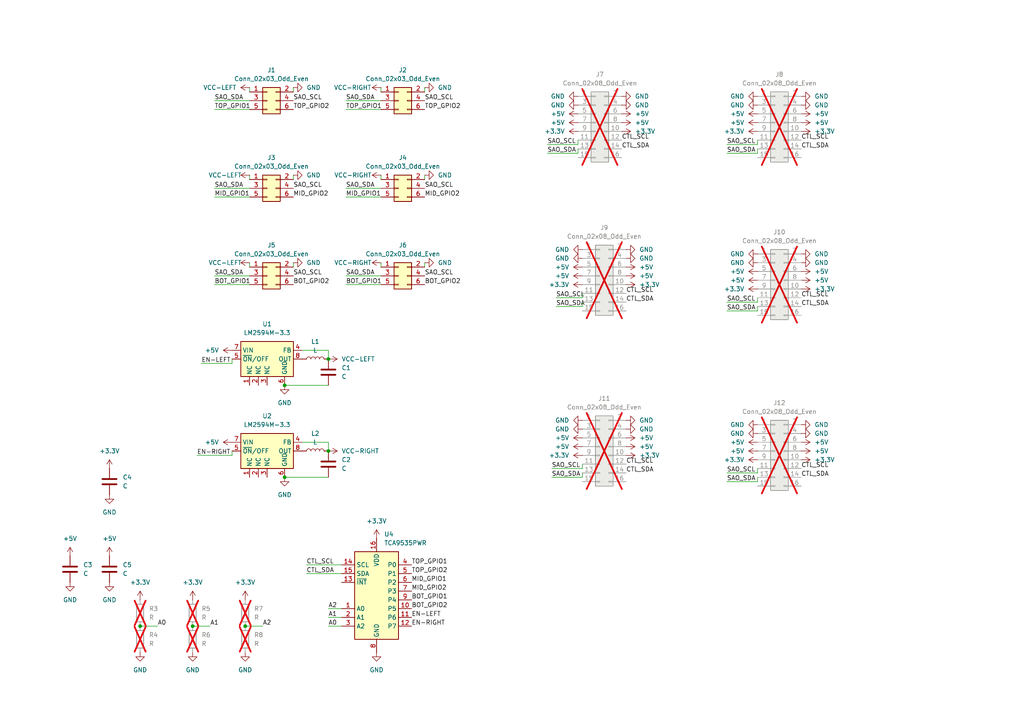
<source format=kicad_sch>
(kicad_sch (version 20231120) (generator "eeschema") (generator_version "8.0")
  (paper "A4")
  (lib_symbols
    (symbol "Connector_Generic:Conn_02x03_Odd_Even" (pin_names (offset 1.016) hide)
      (property "Reference" "J" (at 1.27 5.08 0))
      (property "Value" "Conn_02x03_Odd_Even" (at 1.27 -5.08 0))
      (symbol "Conn_02x03_Odd_Even_1_1"
        (rectangle (start -1.27 -2.413) (end 0 -2.667) (stroke (width 0.1524)))
        (rectangle (start -1.27 0.127) (end 0 -0.127) (stroke (width 0.1524)))
        (rectangle (start -1.27 2.667) (end 0 2.413) (stroke (width 0.1524)))
        (rectangle (start -1.27 3.81) (end 3.81 -3.81) (stroke (width 0.254)) (fill (type background)))
        (rectangle (start 3.81 -2.413) (end 2.54 -2.667) (stroke (width 0.1524)))
        (rectangle (start 3.81 0.127) (end 2.54 -0.127) (stroke (width 0.1524)))
        (rectangle (start 3.81 2.667) (end 2.54 2.413) (stroke (width 0.1524)))
        (pin passive line (at -5.08 2.54 0) (length 3.81) (name "Pin_1") (number "1"))
        (pin passive line (at 7.62 2.54 180) (length 3.81) (name "Pin_2") (number "2"))
        (pin passive line (at -5.08 0 0) (length 3.81) (name "Pin_3") (number "3"))
        (pin passive line (at 7.62 0 180) (length 3.81) (name "Pin_4") (number "4"))
        (pin passive line (at -5.08 -2.54 0) (length 3.81) (name "Pin_5") (number "5"))
        (pin passive line (at 7.62 -2.54 180) (length 3.81) (name "Pin_6") (number "6"))
      )
    )
    (symbol "Connector_Generic:Conn_02x08_Odd_Even" (pin_names (offset 1.016) hide)
      (property "Reference" "J" (at 1.27 10.16 0))
      (property "Value" "Conn_02x08_Odd_Even" (at 1.27 -12.7 0))
      (symbol "Conn_02x08_Odd_Even_1_1"
        (rectangle (start -1.27 -10.033) (end 0 -10.287) (stroke (width 0.1524)))
        (rectangle (start -1.27 -7.493) (end 0 -7.747) (stroke (width 0.1524)))
        (rectangle (start -1.27 -4.953) (end 0 -5.207) (stroke (width 0.1524)))
        (rectangle (start -1.27 -2.413) (end 0 -2.667) (stroke (width 0.1524)))
        (rectangle (start -1.27 0.127) (end 0 -0.127) (stroke (width 0.1524)))
        (rectangle (start -1.27 2.667) (end 0 2.413) (stroke (width 0.1524)))
        (rectangle (start -1.27 5.207) (end 0 4.953) (stroke (width 0.1524)))
        (rectangle (start -1.27 7.747) (end 0 7.493) (stroke (width 0.1524)))
        (rectangle (start -1.27 8.89) (end 3.81 -11.43) (stroke (width 0.254)) (fill (type background)))
        (rectangle (start 3.81 -10.033) (end 2.54 -10.287) (stroke (width 0.1524)))
        (rectangle (start 3.81 -7.493) (end 2.54 -7.747) (stroke (width 0.1524)))
        (rectangle (start 3.81 -4.953) (end 2.54 -5.207) (stroke (width 0.1524)))
        (rectangle (start 3.81 -2.413) (end 2.54 -2.667) (stroke (width 0.1524)))
        (rectangle (start 3.81 0.127) (end 2.54 -0.127) (stroke (width 0.1524)))
        (rectangle (start 3.81 2.667) (end 2.54 2.413) (stroke (width 0.1524)))
        (rectangle (start 3.81 5.207) (end 2.54 4.953) (stroke (width 0.1524)))
        (rectangle (start 3.81 7.747) (end 2.54 7.493) (stroke (width 0.1524)))
        (pin passive line (at -5.08 7.62 0) (length 3.81) (name "Pin_1") (number "1"))
        (pin passive line (at 7.62 -2.54 180) (length 3.81) (name "Pin_10") (number "10"))
        (pin passive line (at -5.08 -5.08 0) (length 3.81) (name "Pin_11") (number "11"))
        (pin passive line (at 7.62 -5.08 180) (length 3.81) (name "Pin_12") (number "12"))
        (pin passive line (at -5.08 -7.62 0) (length 3.81) (name "Pin_13") (number "13"))
        (pin passive line (at 7.62 -7.62 180) (length 3.81) (name "Pin_14") (number "14"))
        (pin passive line (at -5.08 -10.16 0) (length 3.81) (name "Pin_15") (number "15"))
        (pin passive line (at 7.62 -10.16 180) (length 3.81) (name "Pin_16") (number "16"))
        (pin passive line (at 7.62 7.62 180) (length 3.81) (name "Pin_2") (number "2"))
        (pin passive line (at -5.08 5.08 0) (length 3.81) (name "Pin_3") (number "3"))
        (pin passive line (at 7.62 5.08 180) (length 3.81) (name "Pin_4") (number "4"))
        (pin passive line (at -5.08 2.54 0) (length 3.81) (name "Pin_5") (number "5"))
        (pin passive line (at 7.62 2.54 180) (length 3.81) (name "Pin_6") (number "6"))
        (pin passive line (at -5.08 0 0) (length 3.81) (name "Pin_7") (number "7"))
        (pin passive line (at 7.62 0 180) (length 3.81) (name "Pin_8") (number "8"))
        (pin passive line (at -5.08 -2.54 0) (length 3.81) (name "Pin_9") (number "9"))
      )
    )
    (symbol "Device:C" (pin_numbers hide) (pin_names (offset 0.254))
      (property "Reference" "C" (at 0.635 2.54 0))
      (property "Value" "C" (at 0.635 -2.54 0))
      (symbol "C_0_1"
        (polyline (pts (xy -2.032 -0.762) (xy 2.032 -0.762)) (stroke (width 0.508)))
        (polyline (pts (xy -2.032 0.762) (xy 2.032 0.762)) (stroke (width 0.508)))
      )
      (symbol "C_1_1"
        (pin passive line (at 0 3.81 270) (length 2.794) (name "~") (number "1"))
        (pin passive line (at 0 -3.81 90) (length 2.794) (name "~") (number "2"))
      )
    )
    (symbol "Device:L" (pin_numbers hide) (pin_names (offset 1.016) hide)
      (property "Reference" "L" (at -1.27 0 90))
      (property "Value" "L" (at 1.905 0 90))
      (symbol "L_0_1"
        (arc (start 0 -2.54) (mid 0.6323 -1.905) (end 0 -1.27))
        (arc (start 0 -1.27) (mid 0.6323 -0.635) (end 0 0))
        (arc (start 0 0) (mid 0.6323 0.635) (end 0 1.27))
        (arc (start 0 1.27) (mid 0.6323 1.905) (end 0 2.54))
      )
      (symbol "L_1_1"
        (pin passive line (at 0 3.81 270) (length 1.27) (name "1") (number "1"))
        (pin passive line (at 0 -3.81 90) (length 1.27) (name "2") (number "2"))
      )
    )
    (symbol "Device:R" (pin_numbers hide) (pin_names (offset 0))
      (property "Reference" "R" (at 2.032 0 90))
      (property "Value" "R" (at 0 0 90))
      (symbol "R_0_1"
        (rectangle (start -1.016 -2.54) (end 1.016 2.54) (stroke (width 0.254)))
      )
      (symbol "R_1_1"
        (pin passive line (at 0 3.81 270) (length 1.27) (name "~") (number "1"))
        (pin passive line (at 0 -3.81 90) (length 1.27) (name "~") (number "2"))
      )
    )
    (symbol "Interface_Expansion:TCA9534"
      (property "Reference" "U" (at -6.35 12.7 0))
      (property "Value" "TCA9534" (at 2.54 12.7 0))
      (symbol "TCA9534_0_1"
        (rectangle (start -6.35 -13.97) (end 6.35 11.43) (stroke (width 0.254)) (fill (type background)))
      )
      (symbol "TCA9534_1_1"
        (pin input line (at -10.16 -5.08 0) (length 3.81) (name "A0") (number "1"))
        (pin bidirectional line (at 10.16 -5.08 180) (length 3.81) (name "P5") (number "10"))
        (pin bidirectional line (at 10.16 -7.62 180) (length 3.81) (name "P6") (number "11"))
        (pin bidirectional line (at 10.16 -10.16 180) (length 3.81) (name "P7") (number "12"))
        (pin open_collector line (at -10.16 2.54 0) (length 3.81) (name "~{INT}") (number "13"))
        (pin input line (at -10.16 7.62 0) (length 3.81) (name "SCL") (number "14"))
        (pin bidirectional line (at -10.16 5.08 0) (length 3.81) (name "SDA") (number "15"))
        (pin power_in line (at 0 15.24 270) (length 3.81) (name "VDD") (number "16"))
        (pin input line (at -10.16 -7.62 0) (length 3.81) (name "A1") (number "2"))
        (pin input line (at -10.16 -10.16 0) (length 3.81) (name "A2") (number "3"))
        (pin bidirectional line (at 10.16 7.62 180) (length 3.81) (name "P0") (number "4"))
        (pin bidirectional line (at 10.16 5.08 180) (length 3.81) (name "P1") (number "5"))
        (pin bidirectional line (at 10.16 2.54 180) (length 3.81) (name "P2") (number "6"))
        (pin bidirectional line (at 10.16 0 180) (length 3.81) (name "P3") (number "7"))
        (pin power_in line (at 0 -17.78 90) (length 3.81) (name "GND") (number "8"))
        (pin bidirectional line (at 10.16 -2.54 180) (length 3.81) (name "P4") (number "9"))
      )
    )
    (symbol "Regulator_Switching:LM2594M-3.3"
      (property "Reference" "U" (at -7.62 6.35 0))
      (property "Value" "LM2594M-3.3" (at 0 6.35 0))
      (symbol "LM2594M-3.3_0_1"
        (rectangle (start -7.62 5.08) (end 7.62 -5.08) (stroke (width 0.254)) (fill (type background)))
      )
      (symbol "LM2594M-3.3_1_1"
        (pin passive line (at -5.08 -7.62 90) (length 2.54) (name "NC") (number "1"))
        (pin passive line (at -2.54 -7.62 90) (length 2.54) (name "NC") (number "2"))
        (pin passive line (at 0 -7.62 90) (length 2.54) (name "NC") (number "3"))
        (pin input line (at 10.16 2.54 180) (length 2.54) (name "FB") (number "4"))
        (pin input line (at -10.16 0 0) (length 2.54) (name "~{ON}/OFF") (number "5"))
        (pin power_in line (at 5.08 -7.62 90) (length 2.54) (name "GND") (number "6"))
        (pin power_in line (at -10.16 2.54 0) (length 2.54) (name "VIN") (number "7"))
        (pin output line (at 10.16 0 180) (length 2.54) (name "OUT") (number "8"))
      )
    )
    (symbol "power:+3.3V" (power) (pin_numbers hide) (pin_names (offset 0) hide)
      (property "Value" "+3.3V" (at 0 3.556 0))
      (symbol "+3.3V_0_1"
        (polyline (pts (xy -0.762 1.27) (xy 0 2.54)))
        (polyline (pts (xy 0 0) (xy 0 2.54)))
        (polyline (pts (xy 0 2.54) (xy 0.762 1.27)))
      )
      (symbol "+3.3V_1_1"
        (pin power_in line (at 0 0 90) (length 0) (name "~") (number "1"))
      )
    )
    (symbol "power:+5V" (power) (pin_numbers hide) (pin_names (offset 0) hide)
      (property "Value" "+5V" (at 0 3.556 0))
      (symbol "+5V_0_1"
        (polyline (pts (xy -0.762 1.27) (xy 0 2.54)))
        (polyline (pts (xy 0 0) (xy 0 2.54)))
        (polyline (pts (xy 0 2.54) (xy 0.762 1.27)))
      )
      (symbol "+5V_1_1"
        (pin power_in line (at 0 0 90) (length 0) (name "~") (number "1"))
      )
    )
    (symbol "power:GND" (power) (pin_numbers hide) (pin_names (offset 0) hide)
      (property "Value" "GND" (at 0 -3.81 0))
      (symbol "GND_0_1"
        (polyline (pts (xy 0 0) (xy 0 -1.27) (xy 1.27 -1.27) (xy 0 -2.54) (xy -1.27 -1.27) (xy 0 -1.27)))
      )
      (symbol "GND_1_1"
        (pin power_in line (at 0 0 270) (length 0) (name "~") (number "1"))
      )
    )
    (symbol "power:VCC" (power) (pin_numbers hide) (pin_names (offset 0) hide)
      (property "Value" "VCC" (at 0 3.556 0))
      (symbol "VCC_0_1"
        (polyline (pts (xy -0.762 1.27) (xy 0 2.54)))
        (polyline (pts (xy 0 0) (xy 0 2.54)))
        (polyline (pts (xy 0 2.54) (xy 0.762 1.27)))
      )
      (symbol "VCC_1_1"
        (pin power_in line (at 0 0 90) (length 0) (name "~") (number "1"))
      )
    )
  )
  (junction (at 40.64 181.61))
  (junction (at 95.25 130.81))
  (junction (at 82.55 138.43))
  (junction (at 71.12 181.61))
  (junction (at 95.25 104.14))
  (junction (at 55.88 181.61))
  (junction (at 82.55 111.76))
  (wire (pts (xy 58.42 105.41) (xy 67.31 105.41)))
  (wire (pts (xy 210.82 137.16) (xy 219.71 137.16)))
  (wire (pts (xy 87.63 128.27) (xy 95.25 128.27)))
  (wire (pts (xy 62.23 57.15) (xy 72.39 57.15)))
  (wire (pts (xy 158.75 41.91) (xy 167.64 41.91)))
  (wire (pts (xy 100.33 54.61) (xy 110.49 54.61)))
  (wire (pts (xy 40.64 181.61) (xy 45.72 181.61)))
  (wire (pts (xy 100.33 29.21) (xy 110.49 29.21)))
  (wire (pts (xy 161.29 88.9) (xy 168.91 88.9)))
  (wire (pts (xy 100.33 57.15) (xy 110.49 57.15)))
  (wire (pts (xy 62.23 29.21) (xy 72.39 29.21)))
  (wire (pts (xy 71.12 181.61) (xy 76.2 181.61)))
  (wire (pts (xy 219.71 41.91) (xy 219.71 40.64)))
  (wire (pts (xy 219.71 44.45) (xy 219.71 43.18)))
  (wire (pts (xy 167.64 44.45) (xy 167.64 43.18)))
  (wire (pts (xy 168.91 135.89) (xy 168.91 134.62)))
  (wire (pts (xy 95.25 101.6) (xy 95.25 104.14)))
  (wire (pts (xy 85.09 25.4) (xy 85.09 26.67)))
  (wire (pts (xy 219.71 90.17) (xy 219.71 88.9)))
  (wire (pts (xy 88.9 166.37) (xy 99.06 166.37)))
  (wire (pts (xy 219.71 137.16) (xy 219.71 135.89)))
  (wire (pts (xy 100.33 31.75) (xy 110.49 31.75)))
  (wire (pts (xy 87.63 101.6) (xy 95.25 101.6)))
  (wire (pts (xy 168.91 138.43) (xy 168.91 137.16)))
  (wire (pts (xy 210.82 44.45) (xy 219.71 44.45)))
  (wire (pts (xy 72.39 76.2) (xy 72.39 77.47)))
  (wire (pts (xy 85.09 76.2) (xy 85.09 77.47)))
  (wire (pts (xy 210.82 139.7) (xy 219.71 139.7)))
  (wire (pts (xy 95.25 181.61) (xy 99.06 181.61)))
  (wire (pts (xy 67.31 132.08) (xy 67.31 130.81)))
  (wire (pts (xy 62.23 31.75) (xy 72.39 31.75)))
  (wire (pts (xy 88.9 163.83) (xy 99.06 163.83)))
  (wire (pts (xy 82.55 138.43) (xy 95.25 138.43)))
  (wire (pts (xy 167.64 41.91) (xy 167.64 40.64)))
  (wire (pts (xy 158.75 44.45) (xy 167.64 44.45)))
  (wire (pts (xy 123.19 50.8) (xy 123.19 52.07)))
  (wire (pts (xy 219.71 139.7) (xy 219.71 138.43)))
  (wire (pts (xy 110.49 25.4) (xy 110.49 26.67)))
  (wire (pts (xy 95.25 176.53) (xy 99.06 176.53)))
  (wire (pts (xy 62.23 54.61) (xy 72.39 54.61)))
  (wire (pts (xy 82.55 111.76) (xy 95.25 111.76)))
  (wire (pts (xy 100.33 82.55) (xy 110.49 82.55)))
  (wire (pts (xy 110.49 50.8) (xy 110.49 52.07)))
  (wire (pts (xy 55.88 181.61) (xy 60.96 181.61)))
  (wire (pts (xy 57.15 132.08) (xy 67.31 132.08)))
  (wire (pts (xy 210.82 90.17) (xy 219.71 90.17)))
  (wire (pts (xy 67.31 105.41) (xy 67.31 104.14)))
  (wire (pts (xy 72.39 50.8) (xy 72.39 52.07)))
  (wire (pts (xy 100.33 80.01) (xy 110.49 80.01)))
  (wire (pts (xy 210.82 41.91) (xy 219.71 41.91)))
  (wire (pts (xy 62.23 82.55) (xy 72.39 82.55)))
  (wire (pts (xy 95.25 128.27) (xy 95.25 130.81)))
  (wire (pts (xy 168.91 88.9) (xy 168.91 87.63)))
  (wire (pts (xy 62.23 80.01) (xy 72.39 80.01)))
  (wire (pts (xy 210.82 87.63) (xy 219.71 87.63)))
  (wire (pts (xy 72.39 25.4) (xy 72.39 26.67)))
  (wire (pts (xy 160.02 135.89) (xy 168.91 135.89)))
  (wire (pts (xy 95.25 179.07) (xy 99.06 179.07)))
  (wire (pts (xy 219.71 87.63) (xy 219.71 86.36)))
  (wire (pts (xy 85.09 50.8) (xy 85.09 52.07)))
  (wire (pts (xy 123.19 25.4) (xy 123.19 26.67)))
  (wire (pts (xy 168.91 86.36) (xy 168.91 85.09)))
  (wire (pts (xy 110.49 76.2) (xy 110.49 77.47)))
  (wire (pts (xy 160.02 138.43) (xy 168.91 138.43)))
  (wire (pts (xy 161.29 86.36) (xy 168.91 86.36)))
  (wire (pts (xy 123.19 76.2) (xy 123.19 77.47)))
  (label "SAO_SCL" (at 123.19 80.01 0))
  (label "CTL_SCL" (at 232.41 40.64 0))
  (label "TOP_GPIO1" (at 119.38 163.83 0))
  (label "SAO_SDA" (at 100.33 54.61 0))
  (label "SAO_SCL" (at 85.09 54.61 0))
  (label "CTL_SCL" (at 180.34 40.64 0))
  (label "SAO_SDA" (at 100.33 29.21 0))
  (label "EN-LEFT" (at 58.42 105.41 0))
  (label "CTL_SCL" (at 181.61 85.09 0))
  (label "TOP_GPIO1" (at 62.23 31.75 0))
  (label "MID_GPIO2" (at 85.09 57.15 0))
  (label "BOT_GPIO1" (at 62.23 82.55 0))
  (label "A2" (at 76.2 181.61 0))
  (label "SAO_SDA" (at 62.23 54.61 0))
  (label "SAO_SDA" (at 210.82 139.7 0))
  (label "SAO_SDA" (at 158.75 44.45 0))
  (label "CTL_SDA" (at 180.34 43.18 0))
  (label "TOP_GPIO2" (at 85.09 31.75 0))
  (label "SAO_SCL" (at 161.29 86.36 0))
  (label "A1" (at 60.96 181.61 0))
  (label "CTL_SDA" (at 232.41 88.9 0))
  (label "TOP_GPIO2" (at 119.38 166.37 0))
  (label "EN-LEFT" (at 119.38 179.07 0))
  (label "BOT_GPIO2" (at 85.09 82.55 0))
  (label "SAO_SCL" (at 210.82 87.63 0))
  (label "CTL_SDA" (at 88.9 166.37 0))
  (label "CTL_SCL" (at 232.41 135.89 0))
  (label "CTL_SDA" (at 181.61 87.63 0))
  (label "SAO_SDA" (at 210.82 90.17 0))
  (label "A0" (at 95.25 181.61 0))
  (label "TOP_GPIO1" (at 100.33 31.75 0))
  (label "A1" (at 95.25 179.07 0))
  (label "BOT_GPIO1" (at 119.38 173.99 0))
  (label "SAO_SCL" (at 210.82 137.16 0))
  (label "MID_GPIO1" (at 62.23 57.15 0))
  (label "A2" (at 95.25 176.53 0))
  (label "BOT_GPIO2" (at 119.38 176.53 0))
  (label "CTL_SDA" (at 232.41 138.43 0))
  (label "CTL_SDA" (at 232.41 43.18 0))
  (label "MID_GPIO2" (at 119.38 171.45 0))
  (label "BOT_GPIO1" (at 100.33 82.55 0))
  (label "SAO_SDA" (at 160.02 138.43 0))
  (label "SAO_SDA" (at 161.29 88.9 0))
  (label "EN-RIGHT" (at 57.15 132.08 0))
  (label "MID_GPIO2" (at 123.19 57.15 0))
  (label "SAO_SCL" (at 123.19 29.21 0))
  (label "SAO_SCL" (at 85.09 29.21 0))
  (label "CTL_SCL" (at 181.61 134.62 0))
  (label "EN-RIGHT" (at 119.38 181.61 0))
  (label "A0" (at 45.72 181.61 0))
  (label "CTL_SCL" (at 88.9 163.83 0))
  (label "SAO_SCL" (at 160.02 135.89 0))
  (label "SAO_SDA" (at 62.23 80.01 0))
  (label "MID_GPIO1" (at 100.33 57.15 0))
  (label "SAO_SCL" (at 85.09 80.01 0))
  (label "CTL_SDA" (at 181.61 137.16 0))
  (label "BOT_GPIO2" (at 123.19 82.55 0))
  (label "SAO_SDA" (at 100.33 80.01 0))
  (label "SAO_SCL" (at 123.19 54.61 0))
  (label "SAO_SCL" (at 210.82 41.91 0))
  (label "SAO_SDA" (at 210.82 44.45 0))
  (label "CTL_SCL" (at 232.41 86.36 0))
  (label "SAO_SCL" (at 158.75 41.91 0))
  (label "SAO_SDA" (at 62.23 29.21 0))
  (label "MID_GPIO1" (at 119.38 168.91 0))
  (label "TOP_GPIO2" (at 123.19 31.75 0))
  (symbol (lib_id "power:GND") (at 168.91 124.46 270) (unit 1)
    (property "Reference" "#PWR031" (effects (hide yes)))
    (property "Value" "GND" (at 165.1 124.4599 90) (effects (justify right)))
    (property "Description" "Power symbol creates a global label with name \"GND\" , ground" (effects (hide yes)))
  )
  (symbol (lib_id "power:GND") (at 232.41 76.2 90) (unit 1)
    (property "Reference" "#PWR06" (effects (hide yes)))
    (property "Value" "GND" (at 236.22 76.1999 90) (effects (justify right)))
    (property "Description" "Power symbol creates a global label with name \"GND\" , ground" (effects (hide yes)))
  )
  (symbol (lib_id "power:+3.3V") (at 181.61 132.08 270) (unit 1)
    (property "Reference" "#PWR088" (effects (hide yes)))
    (property "Value" "+3.3V" (at 185.42 132.0799 90) (effects (justify left)))
    (property "Description" "Power symbol creates a global label with name \"+3.3V\"" (effects (hide yes)))
  )
  (symbol (lib_id "Device:C") (at 95.25 134.62 0) (unit 1)
    (property "Reference" "C2" (at 99.06 133.3499 0) (effects (justify left)))
    (property "Value" "C" (at 99.06 135.8899 0) (effects (justify left)))
    (property "Footprint" "Capacitor_SMD:C_0603_1608Metric" (effects (hide yes)))
    (property "Description" "Unpolarized capacitor" (effects (hide yes)))
  )
  (symbol (lib_id "power:+5V") (at 181.61 80.01 270) (unit 1)
    (property "Reference" "#PWR075" (effects (hide yes)))
    (property "Value" "+5V" (at 185.42 80.0099 90) (effects (justify left)))
    (property "Description" "Power symbol creates a global label with name \"+5V\"" (effects (hide yes)))
  )
  (symbol (lib_id "power:GND") (at 168.91 72.39 270) (unit 1)
    (property "Reference" "#PWR047" (effects (hide yes)))
    (property "Value" "GND" (at 165.1 72.3899 90) (effects (justify right)))
    (property "Description" "Power symbol creates a global label with name \"GND\" , ground" (effects (hide yes)))
  )
  (symbol (lib_id "power:+3.3V") (at 232.41 83.82 270) (unit 1)
    (property "Reference" "#PWR086" (effects (hide yes)))
    (property "Value" "+3.3V" (at 236.22 83.8199 90) (effects (justify left)))
    (property "Description" "Power symbol creates a global label with name \"+3.3V\"" (effects (hide yes)))
  )
  (symbol (lib_id "Connector_Generic:Conn_02x08_Odd_Even") (at 224.79 35.56 0) (unit 1) (dnp yes)
    (property "Reference" "J8" (at 226.06 21.59 0))
    (property "Value" "Conn_02x08_Odd_Even" (at 226.06 24.13 0))
    (property "Footprint" "Connector_PinHeader_2.00mm:PinHeader_2x08_P2.00mm_Vertical" (effects (hide yes)))
    (property "Description" "Generic connector, double row, 02x08, odd/even pin numbering scheme (row 1 odd numbers, row 2 even numbers), script generated (kicad-library-utils/schlib/autogen/connector/)" (effects (hide yes)))
  )
  (symbol (lib_id "power:+5V") (at 20.32 161.29 0) (unit 1)
    (property "Reference" "#PWR091" (effects (hide yes)))
    (property "Value" "+5V" (at 20.32 156.21 0))
    (property "Description" "Power symbol creates a global label with name \"+5V\"" (effects (hide yes)))
  )
  (symbol (lib_id "Device:C") (at 31.75 139.7 0) (unit 1)
    (property "Reference" "C4" (at 35.56 138.4299 0) (effects (justify left)))
    (property "Value" "C" (at 35.56 140.9699 0) (effects (justify left)))
    (property "Footprint" "Capacitor_SMD:C_0603_1608Metric" (effects (hide yes)))
    (property "Description" "Unpolarized capacitor" (effects (hide yes)))
  )
  (symbol (lib_id "power:+5V") (at 67.31 128.27 90) (unit 1)
    (property "Reference" "#PWR034" (effects (hide yes)))
    (property "Value" "+5V" (at 63.5 128.2699 90) (effects (justify left)))
    (property "Description" "Power symbol creates a global label with name \"+5V\"" (effects (hide yes)))
  )
  (symbol (lib_id "power:GND") (at 232.41 73.66 90) (unit 1)
    (property "Reference" "#PWR05" (effects (hide yes)))
    (property "Value" "GND" (at 236.22 73.6599 90) (effects (justify right)))
    (property "Description" "Power symbol creates a global label with name \"GND\" , ground" (effects (hide yes)))
  )
  (symbol (lib_id "power:GND") (at 71.12 189.23 0) (unit 1)
    (property "Reference" "#PWR046" (effects (hide yes)))
    (property "Value" "GND" (at 71.12 194.31 0))
    (property "Description" "Power symbol creates a global label with name \"GND\" , ground" (effects (hide yes)))
  )
  (symbol (lib_id "power:+5V") (at 232.41 128.27 270) (unit 1)
    (property "Reference" "#PWR066" (effects (hide yes)))
    (property "Value" "+5V" (at 236.22 128.2699 90) (effects (justify left)))
    (property "Description" "Power symbol creates a global label with name \"+5V\"" (effects (hide yes)))
  )
  (symbol (lib_id "power:+3.3V") (at 232.41 38.1 270) (unit 1)
    (property "Reference" "#PWR090" (effects (hide yes)))
    (property "Value" "+3.3V" (at 236.22 38.0999 90) (effects (justify left)))
    (property "Description" "Power symbol creates a global label with name \"+3.3V\"" (effects (hide yes)))
  )
  (symbol (lib_id "power:+5V") (at 180.34 33.02 270) (unit 1)
    (property "Reference" "#PWR061" (effects (hide yes)))
    (property "Value" "+5V" (at 184.15 33.0199 90) (effects (justify left)))
    (property "Description" "Power symbol creates a global label with name \"+5V\"" (effects (hide yes)))
  )
  (symbol (lib_id "power:GND") (at 31.75 168.91 0) (unit 1)
    (property "Reference" "#PWR039" (effects (hide yes)))
    (property "Value" "GND" (at 31.75 173.99 0))
    (property "Description" "Power symbol creates a global label with name \"GND\" , ground" (effects (hide yes)))
  )
  (symbol (lib_id "power:GND") (at 85.09 25.4 90) (unit 1)
    (property "Reference" "#PWR022" (effects (hide yes)))
    (property "Value" "GND" (at 88.9 25.4001 90) (effects (justify right)))
    (property "Description" "Power symbol creates a global label with name \"GND\" , ground" (effects (hide yes)))
  )
  (symbol (lib_id "power:+5V") (at 168.91 77.47 90) (unit 1)
    (property "Reference" "#PWR057" (effects (hide yes)))
    (property "Value" "+5V" (at 165.1 77.4699 90) (effects (justify left)))
    (property "Description" "Power symbol creates a global label with name \"+5V\"" (effects (hide yes)))
  )
  (symbol (lib_id "power:GND") (at 181.61 74.93 90) (unit 1)
    (property "Reference" "#PWR08" (effects (hide yes)))
    (property "Value" "GND" (at 185.42 74.9299 90) (effects (justify right)))
    (property "Description" "Power symbol creates a global label with name \"GND\" , ground" (effects (hide yes)))
  )
  (symbol (lib_id "Device:R") (at 55.88 185.42 0) (unit 1) (dnp yes)
    (property "Reference" "R6" (at 58.42 184.1499 0) (effects (justify left)))
    (property "Value" "R" (at 58.42 186.6899 0) (effects (justify left)))
    (property "Footprint" "Resistor_SMD:R_0603_1608Metric" (effects (hide yes)))
    (property "Description" "Resistor" (effects (hide yes)))
  )
  (symbol (lib_id "Connector_Generic:Conn_02x03_Odd_Even") (at 115.57 80.01 0) (unit 1)
    (property "Reference" "J6" (at 116.84 71.12 0))
    (property "Value" "Conn_02x03_Odd_Even" (at 116.84 73.66 0))
    (property "Footprint" "Connector_PinSocket_2.54mm:PinSocket_2x03_P2.54mm_Vertical" (effects (hide yes)))
    (property "Description" "Generic connector, double row, 02x03, odd/even pin numbering scheme (row 1 odd numbers, row 2 even numbers), script generated (kicad-library-utils/schlib/autogen/connector/)" (effects (hide yes)))
  )
  (symbol (lib_id "power:+5V") (at 219.71 130.81 90) (unit 1)
    (property "Reference" "#PWR072" (effects (hide yes)))
    (property "Value" "+5V" (at 215.9 130.8099 90) (effects (justify left)))
    (property "Description" "Power symbol creates a global label with name \"+5V\"" (effects (hide yes)))
  )
  (symbol (lib_id "power:+5V") (at 219.71 81.28 90) (unit 1)
    (property "Reference" "#PWR069" (effects (hide yes)))
    (property "Value" "+5V" (at 215.9 81.2799 90) (effects (justify left)))
    (property "Description" "Power symbol creates a global label with name \"+5V\"" (effects (hide yes)))
  )
  (symbol (lib_id "power:+3.3V") (at 109.22 156.21 0) (unit 1)
    (property "Reference" "#PWR032" (effects (hide yes)))
    (property "Value" "+3.3V" (at 109.22 151.13 0))
    (property "Description" "Power symbol creates a global label with name \"+3.3V\"" (effects (hide yes)))
  )
  (symbol (lib_id "power:+5V") (at 232.41 81.28 270) (unit 1)
    (property "Reference" "#PWR076" (effects (hide yes)))
    (property "Value" "+5V" (at 236.22 81.2799 90) (effects (justify left)))
    (property "Description" "Power symbol creates a global label with name \"+5V\"" (effects (hide yes)))
  )
  (symbol (lib_id "power:VCC") (at 95.25 130.81 270) (unit 1)
    (property "Reference" "#PWR036" (effects (hide yes)))
    (property "Value" "VCC-RIGHT" (at 99.06 130.8099 90) (effects (justify left)))
    (property "Description" "Power symbol creates a global label with name \"VCC\"" (effects (hide yes)))
  )
  (symbol (lib_id "power:GND") (at 167.64 30.48 270) (unit 1)
    (property "Reference" "#PWR054" (effects (hide yes)))
    (property "Value" "GND" (at 163.83 30.4799 90) (effects (justify right)))
    (property "Description" "Power symbol creates a global label with name \"GND\" , ground" (effects (hide yes)))
  )
  (symbol (lib_id "Connector_Generic:Conn_02x08_Odd_Even") (at 172.72 35.56 0) (unit 1) (dnp yes)
    (property "Reference" "J7" (at 173.99 21.59 0))
    (property "Value" "Conn_02x08_Odd_Even" (at 173.99 24.13 0))
    (property "Footprint" "Connector_PinHeader_2.00mm:PinHeader_2x08_P2.00mm_Vertical" (effects (hide yes)))
    (property "Description" "Generic connector, double row, 02x08, odd/even pin numbering scheme (row 1 odd numbers, row 2 even numbers), script generated (kicad-library-utils/schlib/autogen/connector/)" (effects (hide yes)))
  )
  (symbol (lib_id "Device:C") (at 20.32 165.1 0) (unit 1)
    (property "Reference" "C3" (at 24.13 163.8299 0) (effects (justify left)))
    (property "Value" "C" (at 24.13 166.3699 0) (effects (justify left)))
    (property "Footprint" "Capacitor_SMD:C_0603_1608Metric" (effects (hide yes)))
    (property "Description" "Unpolarized capacitor" (effects (hide yes)))
  )
  (symbol (lib_id "Device:C") (at 31.75 165.1 0) (unit 1)
    (property "Reference" "C5" (at 35.56 163.8299 0) (effects (justify left)))
    (property "Value" "C" (at 35.56 166.3699 0) (effects (justify left)))
    (property "Footprint" "Capacitor_SMD:C_0603_1608Metric" (effects (hide yes)))
    (property "Description" "Unpolarized capacitor" (effects (hide yes)))
  )
  (symbol (lib_id "power:GND") (at 219.71 125.73 270) (unit 1)
    (property "Reference" "#PWR021" (effects (hide yes)))
    (property "Value" "GND" (at 215.9 125.7299 90) (effects (justify right)))
    (property "Description" "Power symbol creates a global label with name \"GND\" , ground" (effects (hide yes)))
  )
  (symbol (lib_id "Connector_Generic:Conn_02x08_Odd_Even") (at 224.79 130.81 0) (unit 1) (dnp yes)
    (property "Reference" "J12" (at 226.06 116.84 0))
    (property "Value" "Conn_02x08_Odd_Even" (at 226.06 119.38 0))
    (property "Footprint" "Connector_PinHeader_2.00mm:PinHeader_2x08_P2.00mm_Vertical" (effects (hide yes)))
    (property "Description" "Generic connector, double row, 02x08, odd/even pin numbering scheme (row 1 odd numbers, row 2 even numbers), script generated (kicad-library-utils/schlib/autogen/connector/)" (effects (hide yes)))
  )
  (symbol (lib_id "power:VCC") (at 110.49 76.2 90) (unit 1)
    (property "Reference" "#PWR029" (effects (hide yes)))
    (property "Value" "VCC-RIGHT" (at 102.362 76.2 90))
    (property "Description" "Power symbol creates a global label with name \"VCC\"" (effects (hide yes)))
  )
  (symbol (lib_id "power:+3.3V") (at 219.71 38.1 90) (unit 1)
    (property "Reference" "#PWR080" (effects (hide yes)))
    (property "Value" "+3.3V" (at 215.9 38.0999 90) (effects (justify left)))
    (property "Description" "Power symbol creates a global label with name \"+3.3V\"" (effects (hide yes)))
  )
  (symbol (lib_id "power:+3.3V") (at 40.64 173.99 0) (unit 1)
    (property "Reference" "#PWR041" (effects (hide yes)))
    (property "Value" "+3.3V" (at 40.64 168.91 0))
    (property "Description" "Power symbol creates a global label with name \"+3.3V\"" (effects (hide yes)))
  )
  (symbol (lib_id "Device:L") (at 91.44 130.81 90) (unit 1)
    (property "Reference" "L2" (at 91.44 125.73 90))
    (property "Value" "L" (at 91.44 128.27 90))
    (property "Footprint" "Inductor_SMD:L_0603_1608Metric" (effects (hide yes)))
    (property "Description" "Inductor" (effects (hide yes)))
  )
  (symbol (lib_id "power:+5V") (at 167.64 35.56 90) (unit 1)
    (property "Reference" "#PWR067" (effects (hide yes)))
    (property "Value" "+5V" (at 163.83 35.5599 90) (effects (justify left)))
    (property "Description" "Power symbol creates a global label with name \"+5V\"" (effects (hide yes)))
  )
  (symbol (lib_id "power:GND") (at 20.32 168.91 0) (unit 1)
    (property "Reference" "#PWR092" (effects (hide yes)))
    (property "Value" "GND" (at 20.32 173.99 0))
    (property "Description" "Power symbol creates a global label with name \"GND\" , ground" (effects (hide yes)))
  )
  (symbol (lib_id "power:+5V") (at 67.31 101.6 90) (unit 1)
    (property "Reference" "#PWR09" (effects (hide yes)))
    (property "Value" "+5V" (at 63.5 101.5999 90) (effects (justify left)))
    (property "Description" "Power symbol creates a global label with name \"+5V\"" (effects (hide yes)))
  )
  (symbol (lib_id "power:GND") (at 82.55 138.43 0) (unit 1)
    (property "Reference" "#PWR035" (effects (hide yes)))
    (property "Value" "GND" (at 82.55 143.51 0))
    (property "Description" "Power symbol creates a global label with name \"GND\" , ground" (effects (hide yes)))
  )
  (symbol (lib_id "power:+3.3V") (at 168.91 132.08 90) (unit 1)
    (property "Reference" "#PWR083" (effects (hide yes)))
    (property "Value" "+3.3V" (at 165.1 132.0799 90) (effects (justify left)))
    (property "Description" "Power symbol creates a global label with name \"+3.3V\"" (effects (hide yes)))
  )
  (symbol (lib_id "Device:L") (at 91.44 104.14 90) (unit 1)
    (property "Reference" "L1" (at 91.44 99.06 90))
    (property "Value" "L" (at 91.44 101.6 90))
    (property "Footprint" "Inductor_SMD:L_0603_1608Metric" (effects (hide yes)))
    (property "Description" "Inductor" (effects (hide yes)))
  )
  (symbol (lib_id "Connector_Generic:Conn_02x03_Odd_Even") (at 115.57 29.21 0) (unit 1)
    (property "Reference" "J2" (at 116.84 20.32 0))
    (property "Value" "Conn_02x03_Odd_Even" (at 116.84 22.86 0))
    (property "Footprint" "Connector_PinSocket_2.54mm:PinSocket_2x03_P2.54mm_Vertical" (effects (hide yes)))
    (property "Description" "Generic connector, double row, 02x03, odd/even pin numbering scheme (row 1 odd numbers, row 2 even numbers), script generated (kicad-library-utils/schlib/autogen/connector/)" (effects (hide yes)))
  )
  (symbol (lib_id "power:+3.3V") (at 219.71 133.35 90) (unit 1)
    (property "Reference" "#PWR084" (effects (hide yes)))
    (property "Value" "+3.3V" (at 215.9 133.3499 90) (effects (justify left)))
    (property "Description" "Power symbol creates a global label with name \"+3.3V\"" (effects (hide yes)))
  )
  (symbol (lib_id "Device:R") (at 55.88 177.8 0) (unit 1) (dnp yes)
    (property "Reference" "R5" (at 58.42 176.5299 0) (effects (justify left)))
    (property "Value" "R" (at 58.42 179.0699 0) (effects (justify left)))
    (property "Footprint" "Resistor_SMD:R_0603_1608Metric" (effects (hide yes)))
    (property "Description" "Resistor" (effects (hide yes)))
  )
  (symbol (lib_id "power:VCC") (at 110.49 25.4 90) (unit 1)
    (property "Reference" "#PWR016" (effects (hide yes)))
    (property "Value" "VCC-RIGHT" (at 107.696 25.4 90) (effects (justify left)))
    (property "Description" "Power symbol creates a global label with name \"VCC\"" (effects (hide yes)))
  )
  (symbol (lib_id "Device:R") (at 40.64 177.8 0) (unit 1) (dnp yes)
    (property "Reference" "R3" (at 43.18 176.5299 0) (effects (justify left)))
    (property "Value" "R" (at 43.18 179.0699 0) (effects (justify left)))
    (property "Footprint" "Resistor_SMD:R_0603_1608Metric" (effects (hide yes)))
    (property "Description" "Resistor" (effects (hide yes)))
  )
  (symbol (lib_id "power:+5V") (at 180.34 35.56 270) (unit 1)
    (property "Reference" "#PWR078" (effects (hide yes)))
    (property "Value" "+5V" (at 184.15 35.5599 90) (effects (justify left)))
    (property "Description" "Power symbol creates a global label with name \"+5V\"" (effects (hide yes)))
  )
  (symbol (lib_id "power:GND") (at 181.61 121.92 90) (unit 1)
    (property "Reference" "#PWR013" (effects (hide yes)))
    (property "Value" "GND" (at 185.42 121.9199 90) (effects (justify right)))
    (property "Description" "Power symbol creates a global label with name \"GND\" , ground" (effects (hide yes)))
  )
  (symbol (lib_id "power:GND") (at 109.22 189.23 0) (unit 1)
    (property "Reference" "#PWR033" (effects (hide yes)))
    (property "Value" "GND" (at 109.22 194.31 0))
    (property "Description" "Power symbol creates a global label with name \"GND\" , ground" (effects (hide yes)))
  )
  (symbol (lib_id "power:GND") (at 82.55 111.76 0) (unit 1)
    (property "Reference" "#PWR019" (effects (hide yes)))
    (property "Value" "GND" (at 82.55 116.84 0))
    (property "Description" "Power symbol creates a global label with name \"GND\" , ground" (effects (hide yes)))
  )
  (symbol (lib_id "power:+5V") (at 168.91 80.01 90) (unit 1)
    (property "Reference" "#PWR070" (effects (hide yes)))
    (property "Value" "+5V" (at 165.1 80.0099 90) (effects (justify left)))
    (property "Description" "Power symbol creates a global label with name \"+5V\"" (effects (hide yes)))
  )
  (symbol (lib_id "power:+5V") (at 219.71 78.74 90) (unit 1)
    (property "Reference" "#PWR058" (effects (hide yes)))
    (property "Value" "+5V" (at 215.9 78.7399 90) (effects (justify left)))
    (property "Description" "Power symbol creates a global label with name \"+5V\"" (effects (hide yes)))
  )
  (symbol (lib_id "Regulator_Switching:LM2594M-3.3") (at 77.47 130.81 0) (unit 1)
    (property "Reference" "U2" (at 77.47 120.65 0))
    (property "Value" "LM2594M-3.3" (at 77.47 123.19 0))
    (property "Footprint" "Package_SO:SOIC-8_3.9x4.9mm_P1.27mm" (effects (hide yes)))
    (property "Datasheet" "http://www.ti.com/lit/ds/symlink/lm2594.pdf" (effects (hide yes)))
    (property "Description" "3.3V, 0.5A SIMPLE SWITCHER® Step-Down Voltage Regulator, Maximum VIN 45V, SOIC-8" (effects (hide yes)))
  )
  (symbol (lib_id "Connector_Generic:Conn_02x03_Odd_Even") (at 115.57 54.61 0) (unit 1)
    (property "Reference" "J4" (at 116.84 45.72 0))
    (property "Value" "Conn_02x03_Odd_Even" (at 116.84 48.26 0))
    (property "Footprint" "Connector_PinSocket_2.54mm:PinSocket_2x03_P2.54mm_Vertical" (effects (hide yes)))
    (property "Description" "Generic connector, double row, 02x03, odd/even pin numbering scheme (row 1 odd numbers, row 2 even numbers), script generated (kicad-library-utils/schlib/autogen/connector/)" (effects (hide yes)))
  )
  (symbol (lib_id "Connector_Generic:Conn_02x03_Odd_Even") (at 77.47 29.21 0) (unit 1)
    (property "Reference" "J1" (at 78.74 20.32 0))
    (property "Value" "Conn_02x03_Odd_Even" (at 78.74 22.86 0))
    (property "Footprint" "Connector_PinSocket_2.54mm:PinSocket_2x03_P2.54mm_Vertical" (effects (hide yes)))
    (property "Description" "Generic connector, double row, 02x03, odd/even pin numbering scheme (row 1 odd numbers, row 2 even numbers), script generated (kicad-library-utils/schlib/autogen/connector/)" (effects (hide yes)))
  )
  (symbol (lib_id "Device:R") (at 40.64 185.42 0) (unit 1) (dnp yes)
    (property "Reference" "R4" (at 43.18 184.1499 0) (effects (justify left)))
    (property "Value" "R" (at 43.18 186.6899 0) (effects (justify left)))
    (property "Footprint" "Resistor_SMD:R_0603_1608Metric" (effects (hide yes)))
    (property "Description" "Resistor" (effects (hide yes)))
  )
  (symbol (lib_id "Regulator_Switching:LM2594M-3.3") (at 77.47 104.14 0) (unit 1)
    (property "Reference" "U1" (at 77.47 93.98 0))
    (property "Value" "LM2594M-3.3" (at 77.47 96.52 0))
    (property "Footprint" "Package_SO:SOIC-8_3.9x4.9mm_P1.27mm" (effects (hide yes)))
    (property "Datasheet" "http://www.ti.com/lit/ds/symlink/lm2594.pdf" (effects (hide yes)))
    (property "Description" "3.3V, 0.5A SIMPLE SWITCHER® Step-Down Voltage Regulator, Maximum VIN 45V, SOIC-8" (effects (hide yes)))
  )
  (symbol (lib_id "power:+5V") (at 232.41 33.02 270) (unit 1)
    (property "Reference" "#PWR062" (effects (hide yes)))
    (property "Value" "+5V" (at 236.22 33.0199 90) (effects (justify left)))
    (property "Description" "Power symbol creates a global label with name \"+5V\"" (effects (hide yes)))
  )
  (symbol (lib_id "power:+5V") (at 181.61 127 270) (unit 1)
    (property "Reference" "#PWR065" (effects (hide yes)))
    (property "Value" "+5V" (at 185.42 126.9999 90) (effects (justify left)))
    (property "Description" "Power symbol creates a global label with name \"+5V\"" (effects (hide yes)))
  )
  (symbol (lib_id "power:+3.3V") (at 168.91 82.55 90) (unit 1)
    (property "Reference" "#PWR082" (effects (hide yes)))
    (property "Value" "+3.3V" (at 165.1 82.5499 90) (effects (justify left)))
    (property "Description" "Power symbol creates a global label with name \"+3.3V\"" (effects (hide yes)))
  )
  (symbol (lib_id "power:+3.3V") (at 55.88 173.99 0) (unit 1)
    (property "Reference" "#PWR042" (effects (hide yes)))
    (property "Value" "+3.3V" (at 55.88 168.91 0))
    (property "Description" "Power symbol creates a global label with name \"+3.3V\"" (effects (hide yes)))
  )
  (symbol (lib_id "power:GND") (at 85.09 50.8 90) (unit 1)
    (property "Reference" "#PWR023" (effects (hide yes)))
    (property "Value" "GND" (at 88.9 50.8001 90) (effects (justify right)))
    (property "Description" "Power symbol creates a global label with name \"GND\" , ground" (effects (hide yes)))
  )
  (symbol (lib_id "power:+5V") (at 168.91 129.54 90) (unit 1)
    (property "Reference" "#PWR071" (effects (hide yes)))
    (property "Value" "+5V" (at 165.1 129.5399 90) (effects (justify left)))
    (property "Description" "Power symbol creates a global label with name \"+5V\"" (effects (hide yes)))
  )
  (symbol (lib_id "power:VCC") (at 72.39 76.2 90) (unit 1)
    (property "Reference" "#PWR028" (effects (hide yes)))
    (property "Value" "VCC-LEFT" (at 65.278 76.2 90))
    (property "Description" "Power symbol creates a global label with name \"VCC\"" (effects (hide yes)))
  )
  (symbol (lib_id "Connector_Generic:Conn_02x03_Odd_Even") (at 77.47 80.01 0) (unit 1)
    (property "Reference" "J5" (at 78.74 71.12 0))
    (property "Value" "Conn_02x03_Odd_Even" (at 78.74 73.66 0))
    (property "Footprint" "Connector_PinSocket_2.54mm:PinSocket_2x03_P2.54mm_Vertical" (effects (hide yes)))
    (property "Description" "Generic connector, double row, 02x03, odd/even pin numbering scheme (row 1 odd numbers, row 2 even numbers), script generated (kicad-library-utils/schlib/autogen/connector/)" (effects (hide yes)))
  )
  (symbol (lib_id "power:GND") (at 181.61 72.39 90) (unit 1)
    (property "Reference" "#PWR07" (effects (hide yes)))
    (property "Value" "GND" (at 185.42 72.3899 90) (effects (justify right)))
    (property "Description" "Power symbol creates a global label with name \"GND\" , ground" (effects (hide yes)))
  )
  (symbol (lib_id "power:GND") (at 123.19 50.8 90) (unit 1)
    (property "Reference" "#PWR026" (effects (hide yes)))
    (property "Value" "GND" (at 127 50.7999 90) (effects (justify right)))
    (property "Description" "Power symbol creates a global label with name \"GND\" , ground" (effects (hide yes)))
  )
  (symbol (lib_id "power:+3.3V") (at 71.12 173.99 0) (unit 1)
    (property "Reference" "#PWR043" (effects (hide yes)))
    (property "Value" "+3.3V" (at 71.12 168.91 0))
    (property "Description" "Power symbol creates a global label with name \"+3.3V\"" (effects (hide yes)))
  )
  (symbol (lib_id "power:GND") (at 232.41 123.19 90) (unit 1)
    (property "Reference" "#PWR010" (effects (hide yes)))
    (property "Value" "GND" (at 236.22 123.1899 90) (effects (justify right)))
    (property "Description" "Power symbol creates a global label with name \"GND\" , ground" (effects (hide yes)))
  )
  (symbol (lib_id "power:GND") (at 180.34 27.94 90) (unit 1)
    (property "Reference" "#PWR01" (effects (hide yes)))
    (property "Value" "GND" (at 184.15 27.9399 90) (effects (justify right)))
    (property "Description" "Power symbol creates a global label with name \"GND\" , ground" (effects (hide yes)))
  )
  (symbol (lib_id "power:+3.3V") (at 167.64 38.1 90) (unit 1)
    (property "Reference" "#PWR079" (effects (hide yes)))
    (property "Value" "+3.3V" (at 163.83 38.0999 90) (effects (justify left)))
    (property "Description" "Power symbol creates a global label with name \"+3.3V\"" (effects (hide yes)))
  )
  (symbol (lib_id "power:GND") (at 167.64 27.94 270) (unit 1)
    (property "Reference" "#PWR053" (effects (hide yes)))
    (property "Value" "GND" (at 163.83 27.9399 90) (effects (justify right)))
    (property "Description" "Power symbol creates a global label with name \"GND\" , ground" (effects (hide yes)))
  )
  (symbol (lib_id "Connector_Generic:Conn_02x08_Odd_Even") (at 173.99 129.54 0) (unit 1) (dnp yes)
    (property "Reference" "J11" (at 175.26 115.57 0))
    (property "Value" "Conn_02x08_Odd_Even" (at 175.26 118.11 0))
    (property "Footprint" "Connector_PinHeader_2.00mm:PinHeader_2x08_P2.00mm_Vertical" (effects (hide yes)))
    (property "Description" "Generic connector, double row, 02x08, odd/even pin numbering scheme (row 1 odd numbers, row 2 even numbers), script generated (kicad-library-utils/schlib/autogen/connector/)" (effects (hide yes)))
  )
  (symbol (lib_id "power:GND") (at 168.91 121.92 270) (unit 1)
    (property "Reference" "#PWR030" (effects (hide yes)))
    (property "Value" "GND" (at 165.1 121.9199 90) (effects (justify right)))
    (property "Description" "Power symbol creates a global label with name \"GND\" , ground" (effects (hide yes)))
  )
  (symbol (lib_id "power:+5V") (at 232.41 35.56 270) (unit 1)
    (property "Reference" "#PWR077" (effects (hide yes)))
    (property "Value" "+5V" (at 236.22 35.5599 90) (effects (justify left)))
    (property "Description" "Power symbol creates a global label with name \"+5V\"" (effects (hide yes)))
  )
  (symbol (lib_id "power:+5V") (at 168.91 127 90) (unit 1)
    (property "Reference" "#PWR059" (effects (hide yes)))
    (property "Value" "+5V" (at 165.1 126.9999 90) (effects (justify left)))
    (property "Description" "Power symbol creates a global label with name \"+5V\"" (effects (hide yes)))
  )
  (symbol (lib_id "Device:R") (at 71.12 177.8 0) (unit 1) (dnp yes)
    (property "Reference" "R7" (at 73.66 176.5299 0) (effects (justify left)))
    (property "Value" "R" (at 73.66 179.0699 0) (effects (justify left)))
    (property "Footprint" "Resistor_SMD:R_0603_1608Metric" (effects (hide yes)))
    (property "Description" "Resistor" (effects (hide yes)))
  )
  (symbol (lib_id "power:+3.3V") (at 31.75 135.89 0) (unit 1)
    (property "Reference" "#PWR037" (effects (hide yes)))
    (property "Value" "+3.3V" (at 31.75 130.81 0))
    (property "Description" "Power symbol creates a global label with name \"+3.3V\"" (effects (hide yes)))
  )
  (symbol (lib_id "power:VCC") (at 72.39 25.4 90) (unit 1)
    (property "Reference" "#PWR015" (effects (hide yes)))
    (property "Value" "VCC-LEFT" (at 68.58 25.3999 90) (effects (justify left)))
    (property "Description" "Power symbol creates a global label with name \"VCC\"" (effects (hide yes)))
  )
  (symbol (lib_id "power:GND") (at 232.41 30.48 90) (unit 1)
    (property "Reference" "#PWR04" (effects (hide yes)))
    (property "Value" "GND" (at 236.22 30.4799 90) (effects (justify right)))
    (property "Description" "Power symbol creates a global label with name \"GND\" , ground" (effects (hide yes)))
  )
  (symbol (lib_id "power:+3.3V") (at 232.41 133.35 270) (unit 1)
    (property "Reference" "#PWR087" (effects (hide yes)))
    (property "Value" "+3.3V" (at 236.22 133.3499 90) (effects (justify left)))
    (property "Description" "Power symbol creates a global label with name \"+3.3V\"" (effects (hide yes)))
  )
  (symbol (lib_id "power:+5V") (at 232.41 78.74 270) (unit 1)
    (property "Reference" "#PWR063" (effects (hide yes)))
    (property "Value" "+5V" (at 236.22 78.7399 90) (effects (justify left)))
    (property "Description" "Power symbol creates a global label with name \"+5V\"" (effects (hide yes)))
  )
  (symbol (lib_id "power:GND") (at 219.71 73.66 270) (unit 1)
    (property "Reference" "#PWR049" (effects (hide yes)))
    (property "Value" "GND" (at 215.9 73.6599 90) (effects (justify right)))
    (property "Description" "Power symbol creates a global label with name \"GND\" , ground" (effects (hide yes)))
  )
  (symbol (lib_id "power:+5V") (at 31.75 161.29 0) (unit 1)
    (property "Reference" "#PWR040" (effects (hide yes)))
    (property "Value" "+5V" (at 31.75 156.21 0))
    (property "Description" "Power symbol creates a global label with name \"+5V\"" (effects (hide yes)))
  )
  (symbol (lib_id "power:+5V") (at 219.71 128.27 90) (unit 1)
    (property "Reference" "#PWR060" (effects (hide yes)))
    (property "Value" "+5V" (at 215.9 128.2699 90) (effects (justify left)))
    (property "Description" "Power symbol creates a global label with name \"+5V\"" (effects (hide yes)))
  )
  (symbol (lib_id "power:+5V") (at 167.64 33.02 90) (unit 1)
    (property "Reference" "#PWR055" (effects (hide yes)))
    (property "Value" "+5V" (at 163.83 33.0199 90) (effects (justify left)))
    (property "Description" "Power symbol creates a global label with name \"+5V\"" (effects (hide yes)))
  )
  (symbol (lib_id "power:+5V") (at 219.71 35.56 90) (unit 1)
    (property "Reference" "#PWR068" (effects (hide yes)))
    (property "Value" "+5V" (at 215.9 35.5599 90) (effects (justify left)))
    (property "Description" "Power symbol creates a global label with name \"+5V\"" (effects (hide yes)))
  )
  (symbol (lib_id "power:GND") (at 219.71 27.94 270) (unit 1)
    (property "Reference" "#PWR051" (effects (hide yes)))
    (property "Value" "GND" (at 215.9 27.9399 90) (effects (justify right)))
    (property "Description" "Power symbol creates a global label with name \"GND\" , ground" (effects (hide yes)))
  )
  (symbol (lib_id "power:+3.3V") (at 180.34 38.1 270) (unit 1)
    (property "Reference" "#PWR089" (effects (hide yes)))
    (property "Value" "+3.3V" (at 184.15 38.0999 90) (effects (justify left)))
    (property "Description" "Power symbol creates a global label with name \"+3.3V\"" (effects (hide yes)))
  )
  (symbol (lib_id "power:+5V") (at 181.61 77.47 270) (unit 1)
    (property "Reference" "#PWR064" (effects (hide yes)))
    (property "Value" "+5V" (at 185.42 77.4699 90) (effects (justify left)))
    (property "Description" "Power symbol creates a global label with name \"+5V\"" (effects (hide yes)))
  )
  (symbol (lib_id "power:GND") (at 219.71 76.2 270) (unit 1)
    (property "Reference" "#PWR050" (effects (hide yes)))
    (property "Value" "GND" (at 215.9 76.1999 90) (effects (justify right)))
    (property "Description" "Power symbol creates a global label with name \"GND\" , ground" (effects (hide yes)))
  )
  (symbol (lib_id "Connector_Generic:Conn_02x08_Odd_Even") (at 173.99 80.01 0) (unit 1) (dnp yes)
    (property "Reference" "J9" (at 175.26 66.04 0))
    (property "Value" "Conn_02x08_Odd_Even" (at 175.26 68.58 0))
    (property "Footprint" "Connector_PinHeader_2.00mm:PinHeader_2x08_P2.00mm_Vertical" (effects (hide yes)))
    (property "Description" "Generic connector, double row, 02x08, odd/even pin numbering scheme (row 1 odd numbers, row 2 even numbers), script generated (kicad-library-utils/schlib/autogen/connector/)" (effects (hide yes)))
  )
  (symbol (lib_id "power:GND") (at 219.71 30.48 270) (unit 1)
    (property "Reference" "#PWR052" (effects (hide yes)))
    (property "Value" "GND" (at 215.9 30.4799 90) (effects (justify right)))
    (property "Description" "Power symbol creates a global label with name \"GND\" , ground" (effects (hide yes)))
  )
  (symbol (lib_id "power:GND") (at 55.88 189.23 0) (unit 1)
    (property "Reference" "#PWR045" (effects (hide yes)))
    (property "Value" "GND" (at 55.88 194.31 0))
    (property "Description" "Power symbol creates a global label with name \"GND\" , ground" (effects (hide yes)))
  )
  (symbol (lib_id "Connector_Generic:Conn_02x03_Odd_Even") (at 77.47 54.61 0) (unit 1)
    (property "Reference" "J3" (at 78.74 45.72 0))
    (property "Value" "Conn_02x03_Odd_Even" (at 78.74 48.26 0))
    (property "Footprint" "Connector_PinSocket_2.54mm:PinSocket_2x03_P2.54mm_Vertical" (effects (hide yes)))
    (property "Description" "Generic connector, double row, 02x03, odd/even pin numbering scheme (row 1 odd numbers, row 2 even numbers), script generated (kicad-library-utils/schlib/autogen/connector/)" (effects (hide yes)))
  )
  (symbol (lib_id "power:GND") (at 123.19 76.2 90) (unit 1)
    (property "Reference" "#PWR027" (effects (hide yes)))
    (property "Value" "GND" (at 127 76.1999 90) (effects (justify right)))
    (property "Description" "Power symbol creates a global label with name \"GND\" , ground" (effects (hide yes)))
  )
  (symbol (lib_id "power:GND") (at 40.64 189.23 0) (unit 1)
    (property "Reference" "#PWR044" (effects (hide yes)))
    (property "Value" "GND" (at 40.64 194.31 0))
    (property "Description" "Power symbol creates a global label with name \"GND\" , ground" (effects (hide yes)))
  )
  (symbol (lib_id "Device:C") (at 95.25 107.95 0) (unit 1)
    (property "Reference" "C1" (at 99.06 106.6799 0) (effects (justify left)))
    (property "Value" "C" (at 99.06 109.2199 0) (effects (justify left)))
    (property "Footprint" "Capacitor_SMD:C_0603_1608Metric" (effects (hide yes)))
    (property "Description" "Unpolarized capacitor" (effects (hide yes)))
  )
  (symbol (lib_id "power:+3.3V") (at 219.71 83.82 90) (unit 1)
    (property "Reference" "#PWR081" (effects (hide yes)))
    (property "Value" "+3.3V" (at 215.9 83.8199 90) (effects (justify left)))
    (property "Description" "Power symbol creates a global label with name \"+3.3V\"" (effects (hide yes)))
  )
  (symbol (lib_id "power:GND") (at 180.34 30.48 90) (unit 1)
    (property "Reference" "#PWR02" (effects (hide yes)))
    (property "Value" "GND" (at 184.15 30.4799 90) (effects (justify right)))
    (property "Description" "Power symbol creates a global label with name \"GND\" , ground" (effects (hide yes)))
  )
  (symbol (lib_id "power:GND") (at 123.19 25.4 90) (unit 1)
    (property "Reference" "#PWR025" (effects (hide yes)))
    (property "Value" "GND" (at 127 25.3999 90) (effects (justify right)))
    (property "Description" "Power symbol creates a global label with name \"GND\" , ground" (effects (hide yes)))
  )
  (symbol (lib_id "power:+5V") (at 232.41 130.81 270) (unit 1)
    (property "Reference" "#PWR073" (effects (hide yes)))
    (property "Value" "+5V" (at 236.22 130.8099 90) (effects (justify left)))
    (property "Description" "Power symbol creates a global label with name \"+5V\"" (effects (hide yes)))
  )
  (symbol (lib_id "power:GND") (at 168.91 74.93 270) (unit 1)
    (property "Reference" "#PWR048" (effects (hide yes)))
    (property "Value" "GND" (at 165.1 74.9299 90) (effects (justify right)))
    (property "Description" "Power symbol creates a global label with name \"GND\" , ground" (effects (hide yes)))
  )
  (symbol (lib_id "power:GND") (at 85.09 76.2 90) (unit 1)
    (property "Reference" "#PWR024" (effects (hide yes)))
    (property "Value" "GND" (at 88.9 76.2001 90) (effects (justify right)))
    (property "Description" "Power symbol creates a global label with name \"GND\" , ground" (effects (hide yes)))
  )
  (symbol (lib_id "power:+5V") (at 181.61 129.54 270) (unit 1)
    (property "Reference" "#PWR074" (effects (hide yes)))
    (property "Value" "+5V" (at 185.42 129.5399 90) (effects (justify left)))
    (property "Description" "Power symbol creates a global label with name \"+5V\"" (effects (hide yes)))
  )
  (symbol (lib_id "power:+5V") (at 219.71 33.02 90) (unit 1)
    (property "Reference" "#PWR056" (effects (hide yes)))
    (property "Value" "+5V" (at 215.9 33.0199 90) (effects (justify left)))
    (property "Description" "Power symbol creates a global label with name \"+5V\"" (effects (hide yes)))
  )
  (symbol (lib_id "Interface_Expansion:TCA9534") (at 109.22 171.45 0) (unit 1)
    (property "Reference" "U4" (at 111.4141 154.94 0) (effects (justify left)))
    (property "Value" "TCA9535PWR" (at 111.4141 157.48 0) (effects (justify left)))
    (property "Footprint" "Package_SO:TSSOP-24_4.4x7.8mm_P0.65mm" (effects (hide yes)))
    (property "Datasheet" "http://www.ti.com/lit/ds/symlink/tca9534.pdf" (effects (hide yes)))
    (property "Description" "8 Bit Port/Expander, I2C SMBUS, Interrupt output, TSSOP-16, SOIC-16" (effects (hide yes)))
  )
  (symbol (lib_id "power:GND") (at 219.71 123.19 270) (unit 1)
    (property "Reference" "#PWR020" (effects (hide yes)))
    (property "Value" "GND" (at 215.9 123.1899 90) (effects (justify right)))
    (property "Description" "Power symbol creates a global label with name \"GND\" , ground" (effects (hide yes)))
  )
  (symbol (lib_id "power:VCC") (at 110.49 50.8 90) (unit 1)
    (property "Reference" "#PWR018" (effects (hide yes)))
    (property "Value" "VCC-RIGHT" (at 102.362 50.8 90))
    (property "Description" "Power symbol creates a global label with name \"VCC\"" (effects (hide yes)))
  )
  (symbol (lib_id "power:GND") (at 31.75 143.51 0) (unit 1)
    (property "Reference" "#PWR038" (effects (hide yes)))
    (property "Value" "GND" (at 31.75 148.59 0))
    (property "Description" "Power symbol creates a global label with name \"GND\" , ground" (effects (hide yes)))
  )
  (symbol (lib_id "power:GND") (at 232.41 27.94 90) (unit 1)
    (property "Reference" "#PWR03" (effects (hide yes)))
    (property "Value" "GND" (at 236.22 27.9399 90) (effects (justify right)))
    (property "Description" "Power symbol creates a global label with name \"GND\" , ground" (effects (hide yes)))
  )
  (symbol (lib_id "power:VCC") (at 95.25 104.14 270) (unit 1)
    (property "Reference" "#PWR012" (effects (hide yes)))
    (property "Value" "VCC-LEFT" (at 99.06 104.1399 90) (effects (justify left)))
    (property "Description" "Power symbol creates a global label with name \"VCC\"" (effects (hide yes)))
  )
  (symbol (lib_id "Connector_Generic:Conn_02x08_Odd_Even") (at 224.79 81.28 0) (unit 1) (dnp yes)
    (property "Reference" "J10" (at 226.06 67.31 0))
    (property "Value" "Conn_02x08_Odd_Even" (at 226.06 69.85 0))
    (property "Footprint" "Connector_PinHeader_2.00mm:PinHeader_2x08_P2.00mm_Vertical" (effects (hide yes)))
    (property "Description" "Generic connector, double row, 02x08, odd/even pin numbering scheme (row 1 odd numbers, row 2 even numbers), script generated (kicad-library-utils/schlib/autogen/connector/)" (effects (hide yes)))
  )
  (symbol (lib_id "power:VCC") (at 72.39 50.8 90) (unit 1)
    (property "Reference" "#PWR017" (effects (hide yes)))
    (property "Value" "VCC-LEFT" (at 65.278 50.8 90))
    (property "Description" "Power symbol creates a global label with name \"VCC\"" (effects (hide yes)))
  )
  (symbol (lib_id "power:+3.3V") (at 181.61 82.55 270) (unit 1)
    (property "Reference" "#PWR085" (effects (hide yes)))
    (property "Value" "+3.3V" (at 185.42 82.5499 90) (effects (justify left)))
    (property "Description" "Power symbol creates a global label with name \"+3.3V\"" (effects (hide yes)))
  )
  (symbol (lib_id "Device:R") (at 71.12 185.42 0) (unit 1) (dnp yes)
    (property "Reference" "R8" (at 73.66 184.1499 0) (effects (justify left)))
    (property "Value" "R" (at 73.66 186.6899 0) (effects (justify left)))
    (property "Footprint" "Resistor_SMD:R_0603_1608Metric" (effects (hide yes)))
    (property "Description" "Resistor" (effects (hide yes)))
  )
  (symbol (lib_id "power:GND") (at 181.61 124.46 90) (unit 1)
    (property "Reference" "#PWR014" (effects (hide yes)))
    (property "Value" "GND" (at 185.42 124.4599 90) (effects (justify right)))
    (property "Description" "Power symbol creates a global label with name \"GND\" , ground" (effects (hide yes)))
  )
  (symbol (lib_id "power:GND") (at 232.41 125.73 90) (unit 1)
    (property "Reference" "#PWR011" (effects (hide yes)))
    (property "Value" "GND" (at 236.22 125.7299 90) (effects (justify right)))
    (property "Description" "Power symbol creates a global label with name \"GND\" , ground" (effects (hide yes)))
  )
)
</source>
